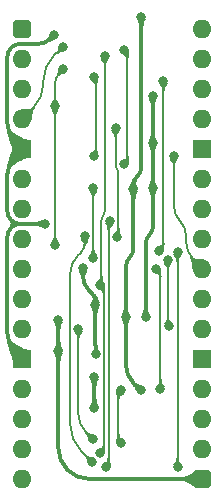
<source format=gbl>
%TF.GenerationSoftware,KiCad,Pcbnew,8.0.7*%
%TF.CreationDate,2025-01-16T09:50:38+02:00*%
%TF.ProjectId,Blank and Sync,426c616e-6b20-4616-9e64-2053796e632e,V0*%
%TF.SameCoordinates,Original*%
%TF.FileFunction,Copper,L2,Bot*%
%TF.FilePolarity,Positive*%
%FSLAX46Y46*%
G04 Gerber Fmt 4.6, Leading zero omitted, Abs format (unit mm)*
G04 Created by KiCad (PCBNEW 8.0.7) date 2025-01-16 09:50:38*
%MOMM*%
%LPD*%
G01*
G04 APERTURE LIST*
G04 Aperture macros list*
%AMRoundRect*
0 Rectangle with rounded corners*
0 $1 Rounding radius*
0 $2 $3 $4 $5 $6 $7 $8 $9 X,Y pos of 4 corners*
0 Add a 4 corners polygon primitive as box body*
4,1,4,$2,$3,$4,$5,$6,$7,$8,$9,$2,$3,0*
0 Add four circle primitives for the rounded corners*
1,1,$1+$1,$2,$3*
1,1,$1+$1,$4,$5*
1,1,$1+$1,$6,$7*
1,1,$1+$1,$8,$9*
0 Add four rect primitives between the rounded corners*
20,1,$1+$1,$2,$3,$4,$5,0*
20,1,$1+$1,$4,$5,$6,$7,0*
20,1,$1+$1,$6,$7,$8,$9,0*
20,1,$1+$1,$8,$9,$2,$3,0*%
G04 Aperture macros list end*
%TA.AperFunction,ComponentPad*%
%ADD10O,1.600000X1.600000*%
%TD*%
%TA.AperFunction,ComponentPad*%
%ADD11R,1.600000X1.600000*%
%TD*%
%TA.AperFunction,ComponentPad*%
%ADD12RoundRect,0.400000X-0.400000X-0.400000X0.400000X-0.400000X0.400000X0.400000X-0.400000X0.400000X0*%
%TD*%
%TA.AperFunction,ViaPad*%
%ADD13C,0.800000*%
%TD*%
%TA.AperFunction,Conductor*%
%ADD14C,0.380000*%
%TD*%
%TA.AperFunction,Conductor*%
%ADD15C,0.200000*%
%TD*%
G04 APERTURE END LIST*
D10*
%TO.P,J1,32,Pin_32*%
%TO.N,unconnected-(J1-Pin_32-Pad32)*%
X15240000Y0D03*
%TO.P,J1,31,Pin_31*%
%TO.N,/~{Front Porch Start}*%
X15240000Y-2540000D03*
%TO.P,J1,30,Pin_30*%
%TO.N,unconnected-(J1-Pin_30-Pad30)*%
X15240000Y-5080000D03*
%TO.P,J1,29,Pin_29*%
%TO.N,/Blank*%
X15240000Y-7620000D03*
D11*
%TO.P,J1,28,Pin_28*%
%TO.N,/GND*%
X15240000Y-10160000D03*
D10*
%TO.P,J1,27,Pin_27*%
%TO.N,/~{Blank}*%
X15240000Y-12700000D03*
%TO.P,J1,26,Pin_26*%
%TO.N,unconnected-(J1-Pin_26-Pad26)*%
X15240000Y-15240000D03*
%TO.P,J1,25,Pin_25*%
%TO.N,/First*%
X15240000Y-17780000D03*
%TO.P,J1,24,Pin_24*%
%TO.N,/Last + 1*%
X15240000Y-20320000D03*
%TO.P,J1,23,Pin_23*%
%TO.N,unconnected-(J1-Pin_23-Pad23)*%
X15240000Y-22860000D03*
%TO.P,J1,22,Pin_22*%
%TO.N,/Sync*%
X15240000Y-25400000D03*
D11*
%TO.P,J1,21,Pin_21*%
%TO.N,/GND*%
X15240000Y-27940000D03*
D10*
%TO.P,J1,20,Pin_20*%
%TO.N,/~{Sync}*%
X15240000Y-30480000D03*
%TO.P,J1,19,Pin_19*%
%TO.N,unconnected-(J1-Pin_19-Pad19)*%
X15240000Y-33020000D03*
%TO.P,J1,18,Pin_18*%
%TO.N,/~{Back Porch End}*%
X15240000Y-35560000D03*
D12*
%TO.P,J1,17,Pin_17*%
%TO.N,/5V*%
X15240000Y-38100000D03*
D10*
%TO.P,J1,16,Pin_16*%
%TO.N,unconnected-(J1-Pin_16-Pad16)*%
X0Y-38100000D03*
%TO.P,J1,15,Pin_15*%
%TO.N,unconnected-(J1-Pin_15-Pad15)*%
X0Y-35560000D03*
%TO.P,J1,14,Pin_14*%
%TO.N,unconnected-(J1-Pin_14-Pad14)*%
X0Y-33020000D03*
%TO.P,J1,13,Pin_13*%
%TO.N,/~{Back Porch End} _{CMP}*%
X0Y-30480000D03*
D11*
%TO.P,J1,12,Pin_12*%
%TO.N,/GND*%
X0Y-27940000D03*
D10*
%TO.P,J1,11,Pin_11*%
%TO.N,/~{Back Porch Start} _{CMP}*%
X0Y-25400000D03*
%TO.P,J1,10,Pin_10*%
%TO.N,unconnected-(J1-Pin_10-Pad10)*%
X0Y-22860000D03*
%TO.P,J1,9,Pin_9*%
%TO.N,unconnected-(J1-Pin_9-Pad9)*%
X0Y-20320000D03*
%TO.P,J1,8,Pin_8*%
%TO.N,/CLK*%
X0Y-17780000D03*
%TO.P,J1,7,Pin_7*%
%TO.N,unconnected-(J1-Pin_7-Pad7)*%
X0Y-15240000D03*
%TO.P,J1,6,Pin_6*%
%TO.N,/~{Sync Start} _{CMP}*%
X0Y-12700000D03*
D11*
%TO.P,J1,5,Pin_5*%
%TO.N,/GND*%
X0Y-10160000D03*
D10*
%TO.P,J1,4,Pin_4*%
%TO.N,/~{Front Porch Start} _{CMP}*%
X0Y-7620000D03*
%TO.P,J1,3,Pin_3*%
%TO.N,unconnected-(J1-Pin_3-Pad3)*%
X0Y-5080000D03*
%TO.P,J1,2,Pin_2*%
%TO.N,unconnected-(J1-Pin_2-Pad2)*%
X0Y-2540000D03*
D12*
%TO.P,J1,1,Pin_1*%
%TO.N,/5V*%
X0Y0D03*
%TD*%
D13*
%TO.N,/5V*%
X3048000Y-27305000D03*
X3048002Y-24637998D03*
%TO.N,/GND*%
X6161000Y-23368000D03*
X6096000Y-32131000D03*
X11049000Y-5688521D03*
X5125000Y-20288036D03*
X11049000Y-13462000D03*
X11049000Y-9652000D03*
X10456856Y-24384000D03*
X2667000Y-508000D03*
X6096000Y-29464000D03*
X6201000Y-27516123D03*
X1905000Y-16510000D03*
%TO.N,/3.3V*%
X9398000Y-13589000D03*
X10033000Y-30607000D03*
X8763000Y-24384000D03*
X10078030Y1016000D03*
%TO.N,/~{Front Porch Start} _{CMP}*%
X3457000Y-1494000D03*
%TO.N,/~{Front Porch Start}*%
X2758971Y-18288000D03*
X3457000Y-3429000D03*
X2758965Y-6568971D03*
%TO.N,/~{Sync Start}*%
X11938010Y-4445000D03*
X11557000Y-18796000D03*
%TO.N,/~{Sync Start} _{CMP}*%
X8636000Y-1778000D03*
X8593477Y-11475378D03*
%TO.N,/~{Back Porch Start} _{CMP}*%
X4745008Y-25400000D03*
X5965988Y-34727742D03*
%TO.N,/~{Back Porch Start}*%
X5905125Y-36659167D03*
X5281006Y-17575220D03*
%TO.N,/~{Back Porch End}*%
X7391514Y-16253000D03*
X7112000Y-37084000D03*
%TO.N,/~{Back Porch End} _{CMP}*%
X8320000Y-35052000D03*
X8320000Y-30607000D03*
%TO.N,/Blank*%
X7893511Y-8382000D03*
X8001000Y-17653000D03*
%TO.N,/~{Blank}*%
X5991514Y-19388483D03*
X5991514Y-13461996D03*
%TO.N,/~{Sync}*%
X11684000Y-30480000D03*
X11302997Y-20319997D03*
%TO.N,/Sync*%
X12381000Y-25146000D03*
X12319000Y-19558000D03*
%TO.N,/Last + 1*%
X12826996Y-10775378D03*
X6031006Y-4050692D03*
X6030992Y-10775378D03*
%TO.N,/First*%
X13143004Y-37084000D03*
X13143000Y-18923000D03*
%TO.N,/CLK*%
X6601000Y-35941000D03*
X6601000Y-21717000D03*
X6985000Y-2286000D03*
%TD*%
D14*
%TO.N,/3.3V*%
X9398000Y-18600987D02*
G75*
G02*
X9080504Y-19367504I-1084000J-13D01*
G01*
X8763000Y-28438974D02*
G75*
G03*
X9398001Y-29971999I2168030J4D01*
G01*
X10078030Y-11666116D02*
G75*
G02*
X9738016Y-12486986I-1160930J16D01*
G01*
X9667407Y-12557592D02*
G75*
G03*
X9397995Y-13208000I650393J-650408D01*
G01*
X9080500Y-19367500D02*
G75*
G03*
X8763005Y-20134012I766500J-766500D01*
G01*
%TO.N,/GND*%
X2286000Y-889000D02*
G75*
G02*
X1366184Y-1270002I-919820J919820D01*
G01*
X-635000Y-9525000D02*
G75*
G02*
X-635000Y-10795000I-634999J-635000D01*
G01*
X6161000Y-26768715D02*
G75*
G03*
X6181005Y-26816995I68300J15D01*
G01*
X5914573Y-22424573D02*
G75*
G02*
X6160986Y-23019500I-594973J-594927D01*
G01*
X5125000Y-20961518D02*
G75*
G03*
X5601224Y-22111222I1625920J-2D01*
G01*
X-1270000Y-15425987D02*
G75*
G03*
X-952500Y-16192500I1084022J4D01*
G01*
X10752928Y-17441072D02*
G75*
G03*
X10456891Y-18155853I714772J-714728D01*
G01*
X6181000Y-26817000D02*
G75*
G02*
X6201007Y-26865284I-48300J-48300D01*
G01*
X-1270000Y-25771974D02*
G75*
G03*
X-635001Y-27305001I2168040J4D01*
G01*
X-635000Y-10795000D02*
G75*
G03*
X-1270002Y-12328025I1533030J-1533030D01*
G01*
X-952500Y-16827500D02*
G75*
G03*
X-952500Y-16192500I-317499J317500D01*
G01*
X-185987Y-16510000D02*
G75*
G03*
X-952500Y-16827500I-1J-1084011D01*
G01*
X-952500Y-16192500D02*
G75*
G03*
X-185987Y-16510000I766517J766522D01*
G01*
X11049000Y-16726290D02*
G75*
G02*
X10752942Y-17441086I-1010900J-10D01*
G01*
X-1270000Y-7991974D02*
G75*
G03*
X-635001Y-9525001I2168040J4D01*
G01*
X-185987Y-1270000D02*
G75*
G03*
X-952500Y-1587500I-1J-1084011D01*
G01*
X-952500Y-16827500D02*
G75*
G03*
X-1270000Y-17594012I766513J-766513D01*
G01*
X-952500Y-1587500D02*
G75*
G03*
X-1270000Y-2354012I766513J-766513D01*
G01*
%TO.N,/5V*%
X3048000Y-35498369D02*
G75*
G03*
X3810000Y-37338000I2601630J-1D01*
G01*
X3810000Y-37338000D02*
G75*
G03*
X5649630Y-38100000I1839630J1839630D01*
G01*
D15*
%TO.N,/CLK*%
X6985000Y-15462038D02*
G75*
G02*
X6838235Y-15816285I-501000J38D01*
G01*
X6901000Y-35428867D02*
G75*
G02*
X6751009Y-35791009I-512100J-33D01*
G01*
X6691514Y-21562482D02*
G75*
G02*
X6646265Y-21671751I-154514J-18D01*
G01*
X6838257Y-15816307D02*
G75*
G03*
X6691489Y-16170575I354243J-354293D01*
G01*
X6751000Y-21867000D02*
G75*
G02*
X6900987Y-22229132I-362100J-362100D01*
G01*
%TO.N,/Last + 1*%
X13843000Y-17935171D02*
G75*
G03*
X14541501Y-19621499I2384830J1D01*
G01*
X6127003Y-4146689D02*
G75*
G02*
X6222954Y-4378446I-231803J-231711D01*
G01*
X6223000Y-10447599D02*
G75*
G02*
X6127001Y-10679379I-327800J-1D01*
G01*
X12826996Y-15029572D02*
G75*
G03*
X13335000Y-16255996I1734424J2D01*
G01*
X13334998Y-16255998D02*
G75*
G02*
X13842992Y-17482423I-1226398J-1226402D01*
G01*
%TO.N,/Sync*%
X12319000Y-25040159D02*
G75*
G03*
X12349988Y-25115012I105800J-41D01*
G01*
%TO.N,/~{Sync}*%
X11681000Y-30474878D02*
G75*
G03*
X11682494Y-30478506I5100J-22D01*
G01*
X11491998Y-20508998D02*
G75*
G02*
X11681006Y-20965288I-456298J-456302D01*
G01*
%TO.N,/Blank*%
X8131020Y-17431041D02*
G75*
G02*
X8065981Y-17587961I-221920J41D01*
G01*
X8012265Y-11884116D02*
G75*
G02*
X8131019Y-12170815I-286665J-286684D01*
G01*
X7893511Y-11597417D02*
G75*
G03*
X8012266Y-11884115I405489J17D01*
G01*
%TO.N,/~{Back Porch End} _{CMP}*%
X8128000Y-34724235D02*
G75*
G03*
X8224010Y-34955990I327800J35D01*
G01*
X8224000Y-30703000D02*
G75*
G03*
X8127985Y-30934764I231800J-231800D01*
G01*
%TO.N,/~{Back Porch End}*%
X7301000Y-36761356D02*
G75*
G02*
X7206533Y-36989533I-322700J-44D01*
G01*
X7346257Y-16298257D02*
G75*
G03*
X7301007Y-16407517I109243J-109243D01*
G01*
%TO.N,/~{Back Porch Start}*%
X5281006Y-18085107D02*
G75*
G02*
X4920464Y-18955541I-1231006J7D01*
G01*
X4663003Y-19212997D02*
G75*
G03*
X4044993Y-20704988I1491997J-1492003D01*
G01*
X4045000Y-33483734D02*
G75*
G03*
X4975065Y-35729101I3175430J4D01*
G01*
%TO.N,/~{Back Porch Start} _{CMP}*%
X4745000Y-32643385D02*
G75*
G03*
X5355496Y-34117246I2084360J5D01*
G01*
%TO.N,/~{Sync Start} _{CMP}*%
X8890000Y-10969181D02*
G75*
G02*
X8741748Y-11327126I-506200J-19D01*
G01*
X8763000Y-1905000D02*
G75*
G02*
X8889998Y-2211605I-306600J-306600D01*
G01*
%TO.N,/~{Sync Start}*%
X11938000Y-18145592D02*
G75*
G02*
X11747502Y-18605502I-650400J-8D01*
G01*
X11938010Y-4445000D02*
X11938010Y-4445001D01*
X11938010Y-4445002D01*
X11938010Y-4445003D01*
X11938009Y-4445003D01*
X11938009Y-4445004D01*
X11938009Y-4445005D01*
X11938008Y-4445006D01*
X11938008Y-4445006D01*
X11938007Y-4445007D01*
X11938006Y-4445008D01*
X11938006Y-4445008D01*
X11938005Y-4445009D01*
X11938004Y-4445009D01*
X11938003Y-4445009D01*
X11938003Y-4445010D01*
X11938002Y-4445010D01*
X11938001Y-4445010D01*
X11938000Y-4445010D01*
%TO.N,/~{Front Porch Start}*%
X3107982Y-3778017D02*
G75*
G03*
X2758983Y-4620620I842618J-842583D01*
G01*
%TO.N,/~{Front Porch Start} _{CMP}*%
X2617500Y-2333500D02*
G75*
G03*
X1777998Y-4360232I2026720J-2026730D01*
G01*
X1778000Y-4584764D02*
G75*
G02*
X889000Y-6731000I-3035244J3D01*
G01*
%TO.N,/First*%
X13143000Y-37083996D02*
X13143000Y-18923000D01*
X13143000Y-37083996D02*
X13143004Y-37084000D01*
D14*
%TO.N,/5V*%
X3048000Y-27305000D02*
X3048000Y-35498369D01*
X5649630Y-38100000D02*
X15240000Y-38100000D01*
X3048002Y-24637998D02*
X3048000Y-24638000D01*
X3048000Y-27305000D02*
X3048000Y-24638000D01*
D15*
%TO.N,/~{Blank}*%
X5991514Y-19388483D02*
X5991514Y-13461996D01*
%TO.N,/Last + 1*%
X12826996Y-10775378D02*
X12826996Y-15029572D01*
X13843000Y-17935171D02*
X13843000Y-17482423D01*
X14541500Y-19621500D02*
X15240000Y-20320000D01*
D14*
%TO.N,/GND*%
X6201000Y-27516123D02*
X6201000Y-26865284D01*
X6161000Y-26768715D02*
X6161000Y-23368000D01*
X5125000Y-20961518D02*
X5125000Y-20288036D01*
X6161000Y-23019500D02*
X6161000Y-23368000D01*
X5914573Y-22424573D02*
X5601223Y-22111223D01*
D15*
%TO.N,/~{Back Porch Start}*%
X4975062Y-35729104D02*
X5905125Y-36659167D01*
X4920461Y-18955538D02*
X4663003Y-19212997D01*
X4045000Y-20704988D02*
X4045000Y-33483734D01*
X5281006Y-18085107D02*
X5281006Y-17575220D01*
D14*
%TO.N,/GND*%
X-185987Y-16510000D02*
X1905000Y-16510000D01*
X11049000Y-9652000D02*
X11049000Y-13462000D01*
X-1270000Y-7991974D02*
X-1270000Y-2354012D01*
X-1270000Y-15425987D02*
X-1270000Y-12328025D01*
X-635000Y-27305000D02*
X0Y-27940000D01*
X2286000Y-889000D02*
X2667000Y-508000D01*
X11049000Y-16726290D02*
X11049000Y-13462000D01*
X10456856Y-24384000D02*
X10456856Y-18155853D01*
X1366184Y-1270000D02*
X-185987Y-1270000D01*
X-1270000Y-25771974D02*
X-1270000Y-17594012D01*
X6096000Y-32131000D02*
X6096000Y-29464000D01*
X11049000Y-9652000D02*
X11049000Y-5688521D01*
%TO.N,/3.3V*%
X9398000Y-13589000D02*
X9398000Y-13208000D01*
X9738014Y-12486984D02*
X9667407Y-12557592D01*
X8763000Y-28438974D02*
X8763000Y-24384000D01*
X10078030Y-11666116D02*
X10078030Y1016000D01*
X8763000Y-20134012D02*
X8763000Y-24384000D01*
X9398000Y-18600987D02*
X9398000Y-13589000D01*
X10033000Y-30607000D02*
X9398000Y-29972000D01*
D15*
%TO.N,/~{Front Porch Start} _{CMP}*%
X889000Y-6731000D02*
X0Y-7620000D01*
X2617500Y-2333500D02*
X3457000Y-1494000D01*
X1778000Y-4360232D02*
X1778000Y-4584764D01*
%TO.N,/~{Front Porch Start}*%
X3107982Y-3778017D02*
X3457000Y-3429000D01*
X2758971Y-6568977D02*
X2758965Y-6568971D01*
X2758971Y-18288000D02*
X2758971Y-6568977D01*
X2758965Y-4620620D02*
X2758965Y-6568971D01*
%TO.N,/~{Sync Start}*%
X11938000Y-18145592D02*
X11938000Y-4445017D01*
X11557000Y-18796000D02*
X11747500Y-18605500D01*
%TO.N,/~{Sync Start} _{CMP}*%
X8741738Y-11327116D02*
X8593477Y-11475378D01*
X8763000Y-1905000D02*
X8636000Y-1778000D01*
X8890000Y-10969181D02*
X8890000Y-2211605D01*
%TO.N,/~{Back Porch Start} _{CMP}*%
X4745008Y-25400000D02*
X4745000Y-25400008D01*
X5355494Y-34117248D02*
X5965988Y-34727742D01*
X4745000Y-25400008D02*
X4745000Y-32643385D01*
%TO.N,/~{Back Porch End}*%
X7206500Y-36989500D02*
X7112000Y-37084000D01*
X7391514Y-16253000D02*
X7346257Y-16298257D01*
X7301000Y-36761356D02*
X7301000Y-16407517D01*
%TO.N,/~{Back Porch End} _{CMP}*%
X8128000Y-34724235D02*
X8128000Y-30934764D01*
X8320000Y-30607000D02*
X8224000Y-30703000D01*
X8224000Y-34956000D02*
X8320000Y-35052000D01*
%TO.N,/Blank*%
X8131020Y-17431041D02*
X8131020Y-12170815D01*
X7893511Y-8382000D02*
X7893511Y-11597417D01*
X8066010Y-17587990D02*
X8001000Y-17653000D01*
%TO.N,/~{Sync}*%
X11681000Y-30474878D02*
X11681000Y-20965288D01*
X11682500Y-30478500D02*
X11684000Y-30480000D01*
X11491998Y-20508998D02*
X11302997Y-20319997D01*
%TO.N,/Sync*%
X12319000Y-19558000D02*
X12319000Y-25040159D01*
X12381000Y-25146000D02*
X12350000Y-25115000D01*
%TO.N,/Last + 1*%
X6030992Y-10775378D02*
X6126996Y-10679374D01*
X6031006Y-4050692D02*
X6127003Y-4146689D01*
X6223000Y-4378446D02*
X6223000Y-10447599D01*
%TO.N,/CLK*%
X6901000Y-35428867D02*
X6901000Y-22229132D01*
X6751000Y-35791000D02*
X6601000Y-35941000D01*
X6691514Y-21562482D02*
X6691514Y-16170575D01*
X6601000Y-21717000D02*
X6646257Y-21671743D01*
X6985000Y-15462038D02*
X6985000Y-2286000D01*
X6601000Y-21717000D02*
X6751000Y-21867000D01*
%TD*%
%TA.AperFunction,Conductor*%
%TO.N,/3.3V*%
G36*
X9658009Y-12871933D02*
G01*
X9664340Y-12878264D01*
X9664918Y-12885430D01*
X9627528Y-13043744D01*
X9653304Y-13167097D01*
X9711834Y-13277461D01*
X9712149Y-13278102D01*
X9770396Y-13406251D01*
X9771318Y-13409373D01*
X9796011Y-13575612D01*
X9793837Y-13584299D01*
X9786157Y-13588904D01*
X9784465Y-13589031D01*
X9399973Y-13589917D01*
X9395442Y-13589015D01*
X9039194Y-13440409D01*
X9032877Y-13434061D01*
X9032877Y-13425160D01*
X9100357Y-13261168D01*
X9150708Y-13136865D01*
X9193872Y-13029381D01*
X9244223Y-12905079D01*
X9311673Y-12741164D01*
X9317989Y-12734819D01*
X9326940Y-12734798D01*
X9658009Y-12871933D01*
G37*
%TD.AperFunction*%
%TD*%
%TA.AperFunction,Conductor*%
%TO.N,/GND*%
G36*
X6205580Y-22492480D02*
G01*
X6205777Y-22492784D01*
X6304505Y-22650922D01*
X6305041Y-22651877D01*
X6367852Y-22777245D01*
X6368329Y-22778334D01*
X6411776Y-22892792D01*
X6411899Y-22893131D01*
X6458482Y-23028250D01*
X6526449Y-23204300D01*
X6526232Y-23213252D01*
X6520038Y-23219312D01*
X6163729Y-23367924D01*
X6159201Y-23368826D01*
X5774934Y-23368028D01*
X5766668Y-23364584D01*
X5763258Y-23356304D01*
X5763437Y-23354290D01*
X5791695Y-23195386D01*
X5792828Y-23192050D01*
X5858790Y-23064904D01*
X5859067Y-23064401D01*
X5922573Y-22955423D01*
X5943796Y-22840304D01*
X5887071Y-22702513D01*
X5887090Y-22693559D01*
X5891388Y-22688333D01*
X6189353Y-22489251D01*
X6198135Y-22487505D01*
X6205580Y-22492480D01*
G37*
%TD.AperFunction*%
%TD*%
%TA.AperFunction,Conductor*%
%TO.N,/GND*%
G36*
X-978962Y-26392399D02*
G01*
X-977441Y-26393445D01*
X-707399Y-26612947D01*
X-432729Y-26799610D01*
X-158058Y-26949673D01*
X116611Y-27063136D01*
X377760Y-27136216D01*
X384804Y-27141745D01*
X385874Y-27150636D01*
X385121Y-27152616D01*
X2389Y-27936600D01*
X-4319Y-27942530D01*
X-4330Y-27942534D01*
X-4339Y-27942537D01*
X-788091Y-28210590D01*
X-797028Y-28210025D01*
X-802947Y-28203306D01*
X-803194Y-28202490D01*
X-909831Y-27796109D01*
X-1019639Y-27414235D01*
X-1129478Y-27068866D01*
X-1239289Y-26760176D01*
X-1344172Y-26500293D01*
X-1344090Y-26491338D01*
X-1337701Y-26485064D01*
X-1336354Y-26484614D01*
X-987839Y-26391230D01*
X-978962Y-26392399D01*
G37*
%TD.AperFunction*%
%TD*%
%TA.AperFunction,Conductor*%
%TO.N,/GND*%
G36*
X-788117Y-9889398D02*
G01*
X-4337Y-10157463D01*
X2379Y-10163380D01*
X70960Y-10303860D01*
X385120Y-10947383D01*
X385670Y-10956321D01*
X379739Y-10963030D01*
X377759Y-10963783D01*
X116611Y-11036862D01*
X116609Y-11036863D01*
X-158060Y-11150326D01*
X-432730Y-11300389D01*
X-707400Y-11487052D01*
X-977434Y-11706546D01*
X-986016Y-11709105D01*
X-987842Y-11708768D01*
X-1336352Y-11615385D01*
X-1343456Y-11609934D01*
X-1344625Y-11601056D01*
X-1344174Y-11599705D01*
X-1239290Y-11339821D01*
X-1129479Y-11031131D01*
X-1019640Y-10685761D01*
X-909831Y-10303887D01*
X-803194Y-9897507D01*
X-797779Y-9890375D01*
X-788907Y-9889160D01*
X-788117Y-9889398D01*
G37*
%TD.AperFunction*%
%TD*%
%TA.AperFunction,Conductor*%
%TO.N,/GND*%
G36*
X-978962Y-8612399D02*
G01*
X-977441Y-8613445D01*
X-707399Y-8832947D01*
X-432729Y-9019610D01*
X-158058Y-9169673D01*
X116611Y-9283136D01*
X377760Y-9356216D01*
X384804Y-9361745D01*
X385874Y-9370636D01*
X385121Y-9372616D01*
X2389Y-10156600D01*
X-4319Y-10162530D01*
X-4330Y-10162534D01*
X-4339Y-10162537D01*
X-788091Y-10430590D01*
X-797028Y-10430025D01*
X-802947Y-10423306D01*
X-803194Y-10422490D01*
X-909831Y-10016109D01*
X-1019639Y-9634235D01*
X-1129478Y-9288866D01*
X-1239289Y-8980176D01*
X-1344172Y-8720293D01*
X-1344090Y-8711338D01*
X-1337701Y-8705064D01*
X-1336354Y-8704614D01*
X-987839Y-8611230D01*
X-978962Y-8612399D01*
G37*
%TD.AperFunction*%
%TD*%
%TA.AperFunction,Conductor*%
%TO.N,/CLK*%
G36*
X6997073Y-35248001D02*
G01*
X7000500Y-35256274D01*
X7000500Y-35929330D01*
X6997073Y-35937603D01*
X6988829Y-35941030D01*
X6605875Y-35941987D01*
X6597594Y-35938581D01*
X6597558Y-35938546D01*
X6588374Y-35929330D01*
X6327827Y-35667861D01*
X6324415Y-35659581D01*
X6327856Y-35651314D01*
X6329247Y-35650130D01*
X6453518Y-35560190D01*
X6456022Y-35558810D01*
X6585220Y-35507022D01*
X6695774Y-35462743D01*
X6772362Y-35388073D01*
X6799122Y-35253983D01*
X6804102Y-35246542D01*
X6810596Y-35244574D01*
X6988800Y-35244574D01*
X6997073Y-35248001D01*
G37*
%TD.AperFunction*%
%TD*%
%TA.AperFunction,Conductor*%
%TO.N,/CLK*%
G36*
X6988832Y-21716969D02*
G01*
X6997094Y-21720416D01*
X7000500Y-21728668D01*
X7000500Y-22401731D01*
X6997073Y-22410004D01*
X6988800Y-22413431D01*
X6810596Y-22413431D01*
X6802323Y-22410004D01*
X6799122Y-22404021D01*
X6798665Y-22401731D01*
X6772362Y-22269929D01*
X6695774Y-22195258D01*
X6695773Y-22195257D01*
X6585222Y-22150980D01*
X6585220Y-22150978D01*
X6585220Y-22150979D01*
X6456025Y-22099189D01*
X6453518Y-22097807D01*
X6329255Y-22007875D01*
X6324562Y-22000249D01*
X6326637Y-21991537D01*
X6327822Y-21990143D01*
X6597559Y-21719452D01*
X6605824Y-21716012D01*
X6988832Y-21716969D01*
G37*
%TD.AperFunction*%
%TD*%
%TA.AperFunction,Conductor*%
%TO.N,/~{Sync}*%
G36*
X11691876Y-20319969D02*
G01*
X11700141Y-20323417D01*
X11703533Y-20331105D01*
X11711108Y-20488062D01*
X11711110Y-20488080D01*
X11725773Y-20577894D01*
X11730454Y-20606563D01*
X11743326Y-20663414D01*
X11753463Y-20708184D01*
X11753599Y-20708883D01*
X11772780Y-20826371D01*
X11772919Y-20827692D01*
X11780408Y-20982834D01*
X11777384Y-20991263D01*
X11769286Y-20995084D01*
X11768722Y-20995098D01*
X11590264Y-20995098D01*
X11581991Y-20991671D01*
X11578876Y-20986081D01*
X11545901Y-20846126D01*
X11453271Y-20778879D01*
X11453268Y-20778878D01*
X11322320Y-20746945D01*
X11321869Y-20746825D01*
X11173152Y-20704203D01*
X11169884Y-20702690D01*
X11032005Y-20610743D01*
X11027023Y-20603302D01*
X11028762Y-20594518D01*
X11030208Y-20592750D01*
X11299556Y-20322449D01*
X11307821Y-20319009D01*
X11691876Y-20319969D01*
G37*
%TD.AperFunction*%
%TD*%
%TA.AperFunction,Conductor*%
%TO.N,/~{Sync Start} _{CMP}*%
G36*
X8986597Y-10781489D02*
G01*
X8990024Y-10789738D01*
X8990361Y-10950997D01*
X8991223Y-11073724D01*
X8991223Y-11073740D01*
X8991222Y-11073740D01*
X8992252Y-11179682D01*
X8992252Y-11179715D01*
X8992253Y-11179715D01*
X8993115Y-11302442D01*
X8993115Y-11302500D01*
X8993452Y-11463683D01*
X8990042Y-11471963D01*
X8981781Y-11475407D01*
X8598352Y-11476365D01*
X8590071Y-11472959D01*
X8590035Y-11472924D01*
X8320285Y-11202220D01*
X8316874Y-11193942D01*
X8320315Y-11185675D01*
X8321691Y-11184501D01*
X8445374Y-11094645D01*
X8447839Y-11093276D01*
X8509218Y-11068320D01*
X8576150Y-11041108D01*
X8596582Y-11032759D01*
X8685788Y-10996310D01*
X8761654Y-10921329D01*
X8788134Y-10787490D01*
X8793102Y-10780040D01*
X8799612Y-10778062D01*
X8978324Y-10778062D01*
X8986597Y-10781489D01*
G37*
%TD.AperFunction*%
%TD*%
%TA.AperFunction,Conductor*%
%TO.N,/~{Sync Start} _{CMP}*%
G36*
X9024009Y-1777970D02*
G01*
X9032274Y-1781418D01*
X9035680Y-1789699D01*
X9035676Y-1789986D01*
X9031226Y-1954613D01*
X9031182Y-1955358D01*
X9019825Y-2080138D01*
X9019781Y-2080539D01*
X9006192Y-2188446D01*
X8994784Y-2313792D01*
X8994783Y-2313806D01*
X8990308Y-2479402D01*
X8986659Y-2487580D01*
X8978612Y-2490786D01*
X8799841Y-2490786D01*
X8791568Y-2487359D01*
X8788314Y-2481091D01*
X8780184Y-2434355D01*
X8765371Y-2349192D01*
X8765370Y-2349191D01*
X8765370Y-2349190D01*
X8698642Y-2269464D01*
X8698641Y-2269463D01*
X8600541Y-2217536D01*
X8600532Y-2217531D01*
X8600512Y-2217521D01*
X8482845Y-2159861D01*
X8480880Y-2158644D01*
X8363740Y-2068947D01*
X8359256Y-2061198D01*
X8361565Y-2052546D01*
X8362560Y-2051405D01*
X8632559Y-1780452D01*
X8640824Y-1777012D01*
X9024009Y-1777970D01*
G37*
%TD.AperFunction*%
%TD*%
%TA.AperFunction,Conductor*%
%TO.N,/~{Sync Start}*%
G36*
X12033972Y-18125264D02*
G01*
X12037399Y-18133537D01*
X12037384Y-18134123D01*
X12029610Y-18289032D01*
X12029460Y-18290405D01*
X12009548Y-18407671D01*
X12009401Y-18408395D01*
X11985513Y-18509794D01*
X11965424Y-18628107D01*
X11965423Y-18628114D01*
X11957556Y-18784913D01*
X11953719Y-18793004D01*
X11945900Y-18796027D01*
X11561875Y-18796987D01*
X11553594Y-18793581D01*
X11553558Y-18793546D01*
X11553018Y-18793004D01*
X11284224Y-18523260D01*
X11280813Y-18514981D01*
X11284254Y-18506714D01*
X11286027Y-18505265D01*
X11424450Y-18413237D01*
X11427735Y-18411726D01*
X11577251Y-18369473D01*
X11577657Y-18369367D01*
X11709411Y-18337944D01*
X11802655Y-18271014D01*
X11835867Y-18130840D01*
X11841109Y-18123579D01*
X11847252Y-18121837D01*
X12025699Y-18121837D01*
X12033972Y-18125264D01*
G37*
%TD.AperFunction*%
%TD*%
%TA.AperFunction,Conductor*%
%TO.N,/First*%
G36*
X13240566Y-36287428D02*
G01*
X13243947Y-36294666D01*
X13258159Y-36454759D01*
X13258159Y-36454761D01*
X13258160Y-36454762D01*
X13299262Y-36569860D01*
X13359741Y-36664271D01*
X13432615Y-36772358D01*
X13433361Y-36773632D01*
X13454313Y-36815246D01*
X13506904Y-36919702D01*
X13507564Y-36928632D01*
X13501715Y-36935413D01*
X13500956Y-36935762D01*
X13147506Y-37083123D01*
X13138552Y-37083144D01*
X13138502Y-37083123D01*
X12785050Y-36935762D01*
X12778732Y-36929415D01*
X12778753Y-36920461D01*
X12779087Y-36919733D01*
X12852649Y-36773621D01*
X12853381Y-36772370D01*
X12926263Y-36664271D01*
X12986739Y-36569860D01*
X13027840Y-36454762D01*
X13042053Y-36294665D01*
X13046198Y-36286729D01*
X13053707Y-36284001D01*
X13232293Y-36284001D01*
X13240566Y-36287428D01*
G37*
%TD.AperFunction*%
%TD*%
%TA.AperFunction,Conductor*%
%TO.N,/First*%
G36*
X13427716Y-19040703D02*
G01*
X13500952Y-19071237D01*
X13507270Y-19077584D01*
X13507249Y-19086538D01*
X13506900Y-19087297D01*
X13433360Y-19233362D01*
X13432611Y-19234642D01*
X13359734Y-19342732D01*
X13299262Y-19437135D01*
X13258158Y-19552240D01*
X13243947Y-19712335D01*
X13239802Y-19720272D01*
X13232293Y-19723000D01*
X13053707Y-19723000D01*
X13045434Y-19719573D01*
X13042053Y-19712335D01*
X13027840Y-19552240D01*
X13027840Y-19552238D01*
X12986738Y-19437138D01*
X12926261Y-19342728D01*
X12853382Y-19234635D01*
X12852642Y-19233370D01*
X12779099Y-19087297D01*
X12778439Y-19078367D01*
X12784288Y-19071586D01*
X12785047Y-19071237D01*
X13138500Y-18923875D01*
X13147449Y-18923855D01*
X13427716Y-19040703D01*
G37*
%TD.AperFunction*%
%TD*%
%TA.AperFunction,Conductor*%
%TO.N,/5V*%
G36*
X3406529Y-27453477D02*
G01*
X3412847Y-27459824D01*
X3412826Y-27468778D01*
X3412732Y-27468999D01*
X3349558Y-27612195D01*
X3349493Y-27612337D01*
X3298858Y-27723076D01*
X3298853Y-27723089D01*
X3264202Y-27821585D01*
X3244340Y-27938580D01*
X3238429Y-28093745D01*
X3234689Y-28101882D01*
X3226737Y-28105000D01*
X2869263Y-28105000D01*
X2860990Y-28101573D01*
X2857571Y-28093746D01*
X2857571Y-28093745D01*
X2851658Y-27938587D01*
X2831794Y-27821582D01*
X2797145Y-27723091D01*
X2797143Y-27723087D01*
X2797139Y-27723076D01*
X2746504Y-27612338D01*
X2746439Y-27612195D01*
X2683266Y-27468996D01*
X2683063Y-27460046D01*
X2689250Y-27453571D01*
X2689399Y-27453506D01*
X3043500Y-27305875D01*
X3052449Y-27305855D01*
X3406529Y-27453477D01*
G37*
%TD.AperFunction*%
%TD*%
%TA.AperFunction,Conductor*%
%TO.N,/5V*%
G36*
X14693752Y-37340042D02*
G01*
X14694535Y-37341016D01*
X15236078Y-38093164D01*
X15238131Y-38101880D01*
X15236078Y-38106836D01*
X14694536Y-38858983D01*
X14686921Y-38863695D01*
X14678205Y-38861642D01*
X14677231Y-38860859D01*
X14596634Y-38788607D01*
X14477541Y-38681843D01*
X14268156Y-38530034D01*
X14058770Y-38414123D01*
X14058762Y-38414120D01*
X14058756Y-38414117D01*
X13849394Y-38334114D01*
X13849383Y-38334111D01*
X13649288Y-38291956D01*
X13641899Y-38286897D01*
X13640000Y-38280507D01*
X13640000Y-37919492D01*
X13643427Y-37911219D01*
X13649287Y-37908043D01*
X13849385Y-37865887D01*
X13849389Y-37865885D01*
X13849394Y-37865884D01*
X13965935Y-37821350D01*
X14058770Y-37785876D01*
X14268156Y-37669965D01*
X14477541Y-37518156D01*
X14677231Y-37339139D01*
X14685678Y-37336169D01*
X14693752Y-37340042D01*
G37*
%TD.AperFunction*%
%TD*%
%TA.AperFunction,Conductor*%
%TO.N,/5V*%
G36*
X3235010Y-26508427D02*
G01*
X3238429Y-26516255D01*
X3244340Y-26671418D01*
X3264202Y-26788412D01*
X3298853Y-26886908D01*
X3298858Y-26886921D01*
X3349483Y-26997636D01*
X3349548Y-26997779D01*
X3412732Y-27141001D01*
X3412936Y-27149953D01*
X3406749Y-27156428D01*
X3406529Y-27156522D01*
X3052502Y-27304123D01*
X3043548Y-27304144D01*
X3043498Y-27304123D01*
X2689470Y-27156522D01*
X2683152Y-27150175D01*
X2683173Y-27141221D01*
X2683236Y-27141071D01*
X2746450Y-26997779D01*
X2797145Y-26886907D01*
X2831794Y-26788416D01*
X2851658Y-26671412D01*
X2857571Y-26516253D01*
X2861311Y-26508118D01*
X2869263Y-26505000D01*
X3226737Y-26505000D01*
X3235010Y-26508427D01*
G37*
%TD.AperFunction*%
%TD*%
%TA.AperFunction,Conductor*%
%TO.N,/5V*%
G36*
X3406531Y-24786475D02*
G01*
X3412849Y-24792822D01*
X3412828Y-24801776D01*
X3412734Y-24801997D01*
X3349560Y-24945194D01*
X3349495Y-24945336D01*
X3298859Y-25056074D01*
X3298854Y-25056087D01*
X3264203Y-25154583D01*
X3244341Y-25271578D01*
X3238429Y-25426744D01*
X3234689Y-25434880D01*
X3226737Y-25437998D01*
X2869263Y-25437998D01*
X2860990Y-25434571D01*
X2857571Y-25426744D01*
X2851659Y-25271585D01*
X2831795Y-25154580D01*
X2797147Y-25056089D01*
X2797145Y-25056085D01*
X2797141Y-25056074D01*
X2746506Y-24945336D01*
X2746452Y-24945217D01*
X2683268Y-24801994D01*
X2683065Y-24793044D01*
X2689252Y-24786569D01*
X2689401Y-24786504D01*
X3043502Y-24638873D01*
X3052451Y-24638853D01*
X3406531Y-24786475D01*
G37*
%TD.AperFunction*%
%TD*%
%TA.AperFunction,Conductor*%
%TO.N,/~{Blank}*%
G36*
X6276230Y-13579699D02*
G01*
X6349466Y-13610233D01*
X6355784Y-13616580D01*
X6355763Y-13625534D01*
X6355414Y-13626293D01*
X6281874Y-13772358D01*
X6281125Y-13773638D01*
X6208248Y-13881728D01*
X6147776Y-13976131D01*
X6106672Y-14091236D01*
X6092461Y-14251331D01*
X6088316Y-14259268D01*
X6080807Y-14261996D01*
X5902221Y-14261996D01*
X5893948Y-14258569D01*
X5890567Y-14251331D01*
X5876354Y-14091236D01*
X5876354Y-14091234D01*
X5835252Y-13976134D01*
X5774775Y-13881724D01*
X5701896Y-13773631D01*
X5701156Y-13772366D01*
X5627613Y-13626293D01*
X5626953Y-13617363D01*
X5632802Y-13610582D01*
X5633561Y-13610233D01*
X5987014Y-13462871D01*
X5995963Y-13462851D01*
X6276230Y-13579699D01*
G37*
%TD.AperFunction*%
%TD*%
%TA.AperFunction,Conductor*%
%TO.N,/~{Blank}*%
G36*
X6089080Y-18591910D02*
G01*
X6092461Y-18599148D01*
X6106672Y-18759241D01*
X6147776Y-18874345D01*
X6208248Y-18968749D01*
X6281125Y-19076838D01*
X6281874Y-19078118D01*
X6355414Y-19224185D01*
X6356074Y-19233115D01*
X6350225Y-19239896D01*
X6349466Y-19240245D01*
X5996016Y-19387606D01*
X5987062Y-19387627D01*
X5987012Y-19387606D01*
X5633560Y-19240245D01*
X5627242Y-19233898D01*
X5627263Y-19224944D01*
X5627597Y-19224217D01*
X5701160Y-19078103D01*
X5701892Y-19076852D01*
X5774775Y-18968754D01*
X5835252Y-18874343D01*
X5876354Y-18759244D01*
X5890567Y-18599147D01*
X5894712Y-18591211D01*
X5902221Y-18588483D01*
X6080807Y-18588483D01*
X6089080Y-18591910D01*
G37*
%TD.AperFunction*%
%TD*%
%TA.AperFunction,Conductor*%
%TO.N,/Last + 1*%
G36*
X13111712Y-10893081D02*
G01*
X13184948Y-10923615D01*
X13191266Y-10929962D01*
X13191245Y-10938916D01*
X13190896Y-10939675D01*
X13117356Y-11085740D01*
X13116607Y-11087020D01*
X13043730Y-11195110D01*
X12983258Y-11289513D01*
X12942154Y-11404618D01*
X12927943Y-11564713D01*
X12923798Y-11572650D01*
X12916289Y-11575378D01*
X12737703Y-11575378D01*
X12729430Y-11571951D01*
X12726049Y-11564713D01*
X12711836Y-11404618D01*
X12711836Y-11404616D01*
X12670734Y-11289516D01*
X12610257Y-11195106D01*
X12537378Y-11087013D01*
X12536638Y-11085748D01*
X12463095Y-10939675D01*
X12462435Y-10930745D01*
X12468284Y-10923964D01*
X12469043Y-10923615D01*
X12822496Y-10776253D01*
X12831445Y-10776233D01*
X13111712Y-10893081D01*
G37*
%TD.AperFunction*%
%TD*%
%TA.AperFunction,Conductor*%
%TO.N,/Last + 1*%
G36*
X14335523Y-19219099D02*
G01*
X14521456Y-19438155D01*
X14521457Y-19438156D01*
X14725726Y-19509439D01*
X14955564Y-19504397D01*
X15223058Y-19501932D01*
X15225948Y-19502269D01*
X15532925Y-19577649D01*
X15540142Y-19582949D01*
X15541497Y-19591801D01*
X15540949Y-19593478D01*
X15242354Y-20316373D01*
X15236028Y-20322711D01*
X15236004Y-20322721D01*
X14512623Y-20621306D01*
X14503668Y-20621295D01*
X14497344Y-20614955D01*
X14497019Y-20614066D01*
X14403516Y-20322711D01*
X14398104Y-20305847D01*
X14397652Y-20303851D01*
X14365052Y-20062067D01*
X14364981Y-20061397D01*
X14349285Y-19847772D01*
X14297370Y-19614064D01*
X14160546Y-19321375D01*
X14160148Y-19312431D01*
X14165294Y-19306290D01*
X14320754Y-19216536D01*
X14329631Y-19215369D01*
X14335523Y-19219099D01*
G37*
%TD.AperFunction*%
%TD*%
%TA.AperFunction,Conductor*%
%TO.N,/GND*%
G36*
X6519529Y-23516477D02*
G01*
X6525847Y-23522824D01*
X6525826Y-23531778D01*
X6525732Y-23531999D01*
X6462558Y-23675195D01*
X6462493Y-23675337D01*
X6411858Y-23786076D01*
X6411853Y-23786089D01*
X6377202Y-23884585D01*
X6357340Y-24001580D01*
X6351429Y-24156745D01*
X6347689Y-24164882D01*
X6339737Y-24168000D01*
X5982263Y-24168000D01*
X5973990Y-24164573D01*
X5970571Y-24156746D01*
X5970571Y-24156745D01*
X5964658Y-24001587D01*
X5944794Y-23884582D01*
X5910145Y-23786091D01*
X5910143Y-23786087D01*
X5910139Y-23786076D01*
X5859504Y-23675338D01*
X5859439Y-23675195D01*
X5796266Y-23531996D01*
X5796063Y-23523046D01*
X5802250Y-23516571D01*
X5802399Y-23516506D01*
X6156500Y-23368875D01*
X6165449Y-23368855D01*
X6519529Y-23516477D01*
G37*
%TD.AperFunction*%
%TD*%
%TA.AperFunction,Conductor*%
%TO.N,/GND*%
G36*
X5483207Y-20436379D02*
G01*
X5489525Y-20442725D01*
X5489504Y-20451680D01*
X5489269Y-20452207D01*
X5435408Y-20565359D01*
X5434993Y-20566152D01*
X5384803Y-20653638D01*
X5384792Y-20653659D01*
X5346096Y-20730922D01*
X5321891Y-20823797D01*
X5315535Y-20947524D01*
X5311688Y-20955611D01*
X5304039Y-20958622D01*
X4946054Y-20964411D01*
X4937727Y-20961119D01*
X4934198Y-20953591D01*
X4924796Y-20828446D01*
X4900377Y-20734427D01*
X4863116Y-20656131D01*
X4863112Y-20656122D01*
X4814542Y-20567497D01*
X4814202Y-20566828D01*
X4813515Y-20565359D01*
X4760615Y-20452165D01*
X4760217Y-20443219D01*
X4766261Y-20436611D01*
X4766702Y-20436416D01*
X5120484Y-20288912D01*
X5129433Y-20288892D01*
X5483207Y-20436379D01*
G37*
%TD.AperFunction*%
%TD*%
%TA.AperFunction,Conductor*%
%TO.N,/~{Back Porch Start}*%
G36*
X5418360Y-36029643D02*
G01*
X5541609Y-36132793D01*
X5541611Y-36132794D01*
X5541615Y-36132797D01*
X5652066Y-36185121D01*
X5761588Y-36209116D01*
X5889550Y-36234016D01*
X5890969Y-36234387D01*
X5992597Y-36267949D01*
X6046264Y-36285674D01*
X6053045Y-36291523D01*
X6053705Y-36300453D01*
X6053415Y-36301236D01*
X5907688Y-36655362D01*
X5901370Y-36661709D01*
X5901320Y-36661730D01*
X5547194Y-36807457D01*
X5538240Y-36807436D01*
X5531922Y-36801089D01*
X5531632Y-36800306D01*
X5480347Y-36645019D01*
X5479974Y-36643592D01*
X5455074Y-36515630D01*
X5431079Y-36406108D01*
X5378755Y-36295657D01*
X5378752Y-36295653D01*
X5378751Y-36295651D01*
X5275601Y-36172402D01*
X5272919Y-36163858D01*
X5276299Y-36156621D01*
X5402579Y-36030341D01*
X5410851Y-36026915D01*
X5418360Y-36029643D01*
G37*
%TD.AperFunction*%
%TD*%
%TA.AperFunction,Conductor*%
%TO.N,/~{Back Porch Start}*%
G36*
X5285808Y-17576143D02*
G01*
X5285815Y-17576146D01*
X5639468Y-17723667D01*
X5645785Y-17730015D01*
X5645762Y-17738969D01*
X5645639Y-17739255D01*
X5575323Y-17895963D01*
X5575015Y-17896596D01*
X5514419Y-18012446D01*
X5514353Y-18012571D01*
X5460607Y-18112354D01*
X5460606Y-18112356D01*
X5406360Y-18231023D01*
X5406356Y-18231032D01*
X5347940Y-18393189D01*
X5341911Y-18399811D01*
X5333317Y-18400350D01*
X5248676Y-18372849D01*
X5163483Y-18345169D01*
X5156673Y-18339354D01*
X5155560Y-18332106D01*
X5179950Y-18186984D01*
X5179949Y-18186983D01*
X5179950Y-18186982D01*
X5179950Y-18186981D01*
X5148963Y-18078237D01*
X5080704Y-17985651D01*
X4995571Y-17879838D01*
X4994452Y-17878172D01*
X4917788Y-17739732D01*
X4916779Y-17730836D01*
X4922356Y-17723831D01*
X4923514Y-17723270D01*
X5276814Y-17576142D01*
X5285766Y-17576126D01*
X5285808Y-17576143D01*
G37*
%TD.AperFunction*%
%TD*%
%TA.AperFunction,Conductor*%
%TO.N,/GND*%
G36*
X1756428Y-16151250D02*
G01*
X1756522Y-16151470D01*
X1904123Y-16505498D01*
X1904144Y-16514452D01*
X1904123Y-16514502D01*
X1756522Y-16868529D01*
X1750175Y-16874847D01*
X1741221Y-16874826D01*
X1741001Y-16874732D01*
X1597803Y-16811558D01*
X1597660Y-16811493D01*
X1486921Y-16760858D01*
X1486908Y-16760853D01*
X1388412Y-16726202D01*
X1271418Y-16706340D01*
X1116254Y-16700428D01*
X1108118Y-16696688D01*
X1105000Y-16688736D01*
X1105000Y-16331263D01*
X1108427Y-16322990D01*
X1116253Y-16319571D01*
X1271412Y-16313658D01*
X1271418Y-16313657D01*
X1388412Y-16293795D01*
X1388413Y-16293794D01*
X1388416Y-16293794D01*
X1486907Y-16259145D01*
X1486915Y-16259141D01*
X1486921Y-16259139D01*
X1521915Y-16243137D01*
X1597779Y-16208450D01*
X1741003Y-16145266D01*
X1749953Y-16145063D01*
X1756428Y-16151250D01*
G37*
%TD.AperFunction*%
%TD*%
%TA.AperFunction,Conductor*%
%TO.N,/GND*%
G36*
X11236010Y-12665427D02*
G01*
X11239429Y-12673255D01*
X11245340Y-12828418D01*
X11265202Y-12945412D01*
X11299853Y-13043908D01*
X11299858Y-13043921D01*
X11350483Y-13154636D01*
X11350548Y-13154779D01*
X11413732Y-13298001D01*
X11413936Y-13306953D01*
X11407749Y-13313428D01*
X11407529Y-13313522D01*
X11053502Y-13461123D01*
X11044548Y-13461144D01*
X11044498Y-13461123D01*
X10690470Y-13313522D01*
X10684152Y-13307175D01*
X10684173Y-13298221D01*
X10684236Y-13298071D01*
X10747450Y-13154779D01*
X10798145Y-13043907D01*
X10832794Y-12945416D01*
X10852658Y-12828412D01*
X10858571Y-12673253D01*
X10862311Y-12665118D01*
X10870263Y-12662000D01*
X11227737Y-12662000D01*
X11236010Y-12665427D01*
G37*
%TD.AperFunction*%
%TD*%
%TA.AperFunction,Conductor*%
%TO.N,/GND*%
G36*
X11407529Y-9800477D02*
G01*
X11413847Y-9806824D01*
X11413826Y-9815778D01*
X11413732Y-9815999D01*
X11350558Y-9959195D01*
X11350493Y-9959337D01*
X11299858Y-10070076D01*
X11299853Y-10070089D01*
X11265202Y-10168585D01*
X11245340Y-10285580D01*
X11239429Y-10440745D01*
X11235689Y-10448882D01*
X11227737Y-10452000D01*
X10870263Y-10452000D01*
X10861990Y-10448573D01*
X10858571Y-10440746D01*
X10858571Y-10440745D01*
X10852658Y-10285587D01*
X10832794Y-10168582D01*
X10798145Y-10070091D01*
X10798143Y-10070087D01*
X10798139Y-10070076D01*
X10747504Y-9959338D01*
X10747439Y-9959195D01*
X10684266Y-9815996D01*
X10684063Y-9807046D01*
X10690250Y-9800571D01*
X10690399Y-9800506D01*
X11044500Y-9652875D01*
X11053449Y-9652855D01*
X11407529Y-9800477D01*
G37*
%TD.AperFunction*%
%TD*%
%TA.AperFunction,Conductor*%
%TO.N,/GND*%
G36*
X2309174Y-359755D02*
G01*
X2663298Y-505556D01*
X2669644Y-511875D01*
X2669664Y-511924D01*
X2815540Y-866533D01*
X2815518Y-875488D01*
X2809171Y-881804D01*
X2808973Y-881883D01*
X2688099Y-929053D01*
X2687837Y-929152D01*
X2592547Y-963733D01*
X2592485Y-963757D01*
X2511925Y-997404D01*
X2511910Y-997411D01*
X2424324Y-1046051D01*
X2424319Y-1046054D01*
X2401122Y-1061907D01*
X2317276Y-1119211D01*
X2308512Y-1121049D01*
X2301209Y-1116428D01*
X2090715Y-826708D01*
X2088624Y-818001D01*
X2092335Y-811151D01*
X2176508Y-735090D01*
X2220479Y-658226D01*
X2239755Y-576590D01*
X2257508Y-479889D01*
X2257869Y-478453D01*
X2293578Y-367003D01*
X2299366Y-360171D01*
X2308290Y-359432D01*
X2309174Y-359755D01*
G37*
%TD.AperFunction*%
%TD*%
%TA.AperFunction,Conductor*%
%TO.N,/GND*%
G36*
X11407529Y-13610477D02*
G01*
X11413847Y-13616824D01*
X11413826Y-13625778D01*
X11413732Y-13625999D01*
X11350558Y-13769195D01*
X11350493Y-13769337D01*
X11299858Y-13880076D01*
X11299853Y-13880089D01*
X11265202Y-13978585D01*
X11245340Y-14095580D01*
X11239429Y-14250745D01*
X11235689Y-14258882D01*
X11227737Y-14262000D01*
X10870263Y-14262000D01*
X10861990Y-14258573D01*
X10858571Y-14250746D01*
X10858571Y-14250745D01*
X10852658Y-14095587D01*
X10832794Y-13978582D01*
X10798145Y-13880091D01*
X10798143Y-13880087D01*
X10798139Y-13880076D01*
X10747504Y-13769338D01*
X10747439Y-13769195D01*
X10684266Y-13625996D01*
X10684063Y-13617046D01*
X10690250Y-13610571D01*
X10690399Y-13610506D01*
X11044500Y-13462875D01*
X11053449Y-13462855D01*
X11407529Y-13610477D01*
G37*
%TD.AperFunction*%
%TD*%
%TA.AperFunction,Conductor*%
%TO.N,/GND*%
G36*
X10643866Y-23587427D02*
G01*
X10647285Y-23595255D01*
X10653196Y-23750418D01*
X10673058Y-23867412D01*
X10707709Y-23965908D01*
X10707714Y-23965921D01*
X10758339Y-24076636D01*
X10758404Y-24076779D01*
X10821588Y-24220001D01*
X10821792Y-24228953D01*
X10815605Y-24235428D01*
X10815385Y-24235522D01*
X10461358Y-24383123D01*
X10452404Y-24383144D01*
X10452354Y-24383123D01*
X10098326Y-24235522D01*
X10092008Y-24229175D01*
X10092029Y-24220221D01*
X10092092Y-24220071D01*
X10155306Y-24076779D01*
X10206001Y-23965907D01*
X10240650Y-23867416D01*
X10260514Y-23750412D01*
X10266427Y-23595253D01*
X10270167Y-23587118D01*
X10278119Y-23584000D01*
X10635593Y-23584000D01*
X10643866Y-23587427D01*
G37*
%TD.AperFunction*%
%TD*%
%TA.AperFunction,Conductor*%
%TO.N,/GND*%
G36*
X6283010Y-31334427D02*
G01*
X6286429Y-31342255D01*
X6292340Y-31497418D01*
X6312202Y-31614412D01*
X6346853Y-31712908D01*
X6346858Y-31712921D01*
X6397483Y-31823636D01*
X6397548Y-31823779D01*
X6460732Y-31967001D01*
X6460936Y-31975953D01*
X6454749Y-31982428D01*
X6454529Y-31982522D01*
X6100502Y-32130123D01*
X6091548Y-32130144D01*
X6091498Y-32130123D01*
X5737470Y-31982522D01*
X5731152Y-31976175D01*
X5731173Y-31967221D01*
X5731236Y-31967071D01*
X5794450Y-31823779D01*
X5845145Y-31712907D01*
X5879794Y-31614416D01*
X5899658Y-31497412D01*
X5905571Y-31342253D01*
X5909311Y-31334118D01*
X5917263Y-31331000D01*
X6274737Y-31331000D01*
X6283010Y-31334427D01*
G37*
%TD.AperFunction*%
%TD*%
%TA.AperFunction,Conductor*%
%TO.N,/GND*%
G36*
X6454529Y-29612477D02*
G01*
X6460847Y-29618824D01*
X6460826Y-29627778D01*
X6460732Y-29627999D01*
X6397558Y-29771195D01*
X6397493Y-29771337D01*
X6346858Y-29882076D01*
X6346853Y-29882089D01*
X6312202Y-29980585D01*
X6292340Y-30097580D01*
X6286429Y-30252745D01*
X6282689Y-30260882D01*
X6274737Y-30264000D01*
X5917263Y-30264000D01*
X5908990Y-30260573D01*
X5905571Y-30252746D01*
X5905571Y-30252745D01*
X5899658Y-30097587D01*
X5879794Y-29980582D01*
X5845145Y-29882091D01*
X5845143Y-29882087D01*
X5845139Y-29882076D01*
X5794504Y-29771338D01*
X5794439Y-29771195D01*
X5731266Y-29627996D01*
X5731063Y-29619046D01*
X5737250Y-29612571D01*
X5737399Y-29612506D01*
X6091500Y-29464875D01*
X6100449Y-29464855D01*
X6454529Y-29612477D01*
G37*
%TD.AperFunction*%
%TD*%
%TA.AperFunction,Conductor*%
%TO.N,/GND*%
G36*
X11236010Y-8855427D02*
G01*
X11239429Y-8863255D01*
X11245340Y-9018418D01*
X11265202Y-9135412D01*
X11299853Y-9233908D01*
X11299858Y-9233921D01*
X11350483Y-9344636D01*
X11350548Y-9344779D01*
X11413732Y-9488001D01*
X11413936Y-9496953D01*
X11407749Y-9503428D01*
X11407529Y-9503522D01*
X11053502Y-9651123D01*
X11044548Y-9651144D01*
X11044498Y-9651123D01*
X10690470Y-9503522D01*
X10684152Y-9497175D01*
X10684173Y-9488221D01*
X10684236Y-9488071D01*
X10747450Y-9344779D01*
X10798145Y-9233907D01*
X10832794Y-9135416D01*
X10852658Y-9018412D01*
X10858571Y-8863253D01*
X10862311Y-8855118D01*
X10870263Y-8852000D01*
X11227737Y-8852000D01*
X11236010Y-8855427D01*
G37*
%TD.AperFunction*%
%TD*%
%TA.AperFunction,Conductor*%
%TO.N,/GND*%
G36*
X11407529Y-5836998D02*
G01*
X11413847Y-5843345D01*
X11413826Y-5852299D01*
X11413732Y-5852520D01*
X11350558Y-5995716D01*
X11350493Y-5995858D01*
X11299858Y-6106597D01*
X11299853Y-6106610D01*
X11265202Y-6205106D01*
X11245340Y-6322101D01*
X11239429Y-6477266D01*
X11235689Y-6485403D01*
X11227737Y-6488521D01*
X10870263Y-6488521D01*
X10861990Y-6485094D01*
X10858571Y-6477267D01*
X10858571Y-6477266D01*
X10852658Y-6322108D01*
X10832794Y-6205103D01*
X10798145Y-6106612D01*
X10798143Y-6106608D01*
X10798139Y-6106597D01*
X10747504Y-5995859D01*
X10747439Y-5995716D01*
X10684266Y-5852517D01*
X10684063Y-5843567D01*
X10690250Y-5837092D01*
X10690399Y-5837027D01*
X11044500Y-5689396D01*
X11053449Y-5689376D01*
X11407529Y-5836998D01*
G37*
%TD.AperFunction*%
%TD*%
%TA.AperFunction,Conductor*%
%TO.N,/3.3V*%
G36*
X9121529Y-24532477D02*
G01*
X9127847Y-24538824D01*
X9127826Y-24547778D01*
X9127732Y-24547999D01*
X9064558Y-24691195D01*
X9064493Y-24691337D01*
X9013858Y-24802076D01*
X9013853Y-24802089D01*
X8979202Y-24900585D01*
X8959340Y-25017580D01*
X8953429Y-25172745D01*
X8949689Y-25180882D01*
X8941737Y-25184000D01*
X8584263Y-25184000D01*
X8575990Y-25180573D01*
X8572571Y-25172746D01*
X8572571Y-25172745D01*
X8566658Y-25017587D01*
X8546794Y-24900582D01*
X8512145Y-24802091D01*
X8512143Y-24802087D01*
X8512139Y-24802076D01*
X8461504Y-24691338D01*
X8461439Y-24691195D01*
X8398266Y-24547996D01*
X8398063Y-24539046D01*
X8404250Y-24532571D01*
X8404399Y-24532506D01*
X8758500Y-24384875D01*
X8767449Y-24384855D01*
X9121529Y-24532477D01*
G37*
%TD.AperFunction*%
%TD*%
%TA.AperFunction,Conductor*%
%TO.N,/3.3V*%
G36*
X10082532Y1015123D02*
G01*
X10436559Y867522D01*
X10442877Y861175D01*
X10442856Y852221D01*
X10442762Y852001D01*
X10379588Y708803D01*
X10379523Y708660D01*
X10328888Y597921D01*
X10328883Y597908D01*
X10294232Y499412D01*
X10274370Y382418D01*
X10268459Y227255D01*
X10264719Y219118D01*
X10256767Y216000D01*
X9899293Y216000D01*
X9891020Y219427D01*
X9887601Y227254D01*
X9887601Y227255D01*
X9881688Y382412D01*
X9861824Y499416D01*
X9827175Y597907D01*
X9776480Y708779D01*
X9713296Y852003D01*
X9713093Y860953D01*
X9719280Y867428D01*
X9719500Y867522D01*
X10073528Y1015123D01*
X10082482Y1015144D01*
X10082532Y1015123D01*
G37*
%TD.AperFunction*%
%TD*%
%TA.AperFunction,Conductor*%
%TO.N,/3.3V*%
G36*
X8950010Y-23587427D02*
G01*
X8953429Y-23595255D01*
X8959340Y-23750418D01*
X8979202Y-23867412D01*
X9013853Y-23965908D01*
X9013858Y-23965921D01*
X9064483Y-24076636D01*
X9064548Y-24076779D01*
X9127732Y-24220001D01*
X9127936Y-24228953D01*
X9121749Y-24235428D01*
X9121529Y-24235522D01*
X8767502Y-24383123D01*
X8758548Y-24383144D01*
X8758498Y-24383123D01*
X8404470Y-24235522D01*
X8398152Y-24229175D01*
X8398173Y-24220221D01*
X8398236Y-24220071D01*
X8461450Y-24076779D01*
X8512145Y-23965907D01*
X8546794Y-23867416D01*
X8566658Y-23750412D01*
X8572571Y-23595253D01*
X8576311Y-23587118D01*
X8584263Y-23584000D01*
X8941737Y-23584000D01*
X8950010Y-23587427D01*
G37*
%TD.AperFunction*%
%TD*%
%TA.AperFunction,Conductor*%
%TO.N,/3.3V*%
G36*
X9756529Y-13737477D02*
G01*
X9762847Y-13743824D01*
X9762826Y-13752778D01*
X9762732Y-13752999D01*
X9699558Y-13896195D01*
X9699493Y-13896337D01*
X9648858Y-14007076D01*
X9648853Y-14007089D01*
X9614202Y-14105585D01*
X9594340Y-14222580D01*
X9588429Y-14377745D01*
X9584689Y-14385882D01*
X9576737Y-14389000D01*
X9219263Y-14389000D01*
X9210990Y-14385573D01*
X9207571Y-14377746D01*
X9207571Y-14377745D01*
X9201658Y-14222587D01*
X9181794Y-14105582D01*
X9147145Y-14007091D01*
X9147143Y-14007087D01*
X9147139Y-14007076D01*
X9096504Y-13896338D01*
X9096439Y-13896195D01*
X9033266Y-13752996D01*
X9033063Y-13744046D01*
X9039250Y-13737571D01*
X9039399Y-13737506D01*
X9393500Y-13589875D01*
X9402449Y-13589855D01*
X9756529Y-13737477D01*
G37*
%TD.AperFunction*%
%TD*%
%TA.AperFunction,Conductor*%
%TO.N,/3.3V*%
G36*
X9609924Y-29914617D02*
G01*
X9610259Y-29914927D01*
X9723816Y-30020149D01*
X9820600Y-30088841D01*
X9847290Y-30101638D01*
X9914743Y-30133983D01*
X10028988Y-30176535D01*
X10174938Y-30233130D01*
X10181413Y-30239317D01*
X10181617Y-30248269D01*
X10181528Y-30248491D01*
X10035563Y-30603195D01*
X10029245Y-30609542D01*
X10029195Y-30609563D01*
X9674491Y-30755528D01*
X9665537Y-30755507D01*
X9659219Y-30749160D01*
X9659130Y-30748938D01*
X9602535Y-30602988D01*
X9559983Y-30488743D01*
X9527638Y-30421290D01*
X9514841Y-30394600D01*
X9491943Y-30362339D01*
X9446151Y-30297819D01*
X9446149Y-30297816D01*
X9385719Y-30232599D01*
X9340617Y-30183924D01*
X9337508Y-30175529D01*
X9340926Y-30167702D01*
X9593702Y-29914926D01*
X9601974Y-29911500D01*
X9609924Y-29914617D01*
G37*
%TD.AperFunction*%
%TD*%
%TA.AperFunction,Conductor*%
%TO.N,/~{Front Porch Start} _{CMP}*%
G36*
X937393Y-6552777D02*
G01*
X1077825Y-6664767D01*
X1082156Y-6672604D01*
X1080445Y-6680125D01*
X917972Y-6939482D01*
X860293Y-7159647D01*
X851943Y-7370951D01*
X851912Y-7371454D01*
X831975Y-7612351D01*
X831531Y-7614715D01*
X742794Y-7913711D01*
X737155Y-7920667D01*
X728249Y-7921598D01*
X727114Y-7921197D01*
X3871Y-7622636D01*
X-2469Y-7616311D01*
X-2479Y-7616287D01*
X-103787Y-7370951D01*
X-300996Y-6893370D01*
X-300986Y-6884415D01*
X-294648Y-6878090D01*
X-293069Y-6877566D01*
X9694Y-6800476D01*
X12640Y-6800115D01*
X269247Y-6801524D01*
X269503Y-6801529D01*
X492538Y-6809905D01*
X704622Y-6750005D01*
X922252Y-6553244D01*
X930687Y-6550239D01*
X937393Y-6552777D01*
G37*
%TD.AperFunction*%
%TD*%
%TA.AperFunction,Conductor*%
%TO.N,/~{Front Porch Start} _{CMP}*%
G36*
X3099068Y-1345709D02*
G01*
X3266405Y-1414569D01*
X3453195Y-1491436D01*
X3459542Y-1497754D01*
X3459563Y-1497804D01*
X3605290Y-1851930D01*
X3605269Y-1860884D01*
X3598922Y-1867202D01*
X3598139Y-1867492D01*
X3442852Y-1918776D01*
X3441418Y-1919151D01*
X3313447Y-1944052D01*
X3203941Y-1968043D01*
X3143778Y-1996545D01*
X3093490Y-2020368D01*
X3093488Y-2020369D01*
X3093485Y-2020371D01*
X2970235Y-2123523D01*
X2961691Y-2126205D01*
X2954453Y-2122824D01*
X2828174Y-1996545D01*
X2824747Y-1988272D01*
X2827473Y-1980766D01*
X2930630Y-1857508D01*
X2982954Y-1747058D01*
X3006949Y-1637535D01*
X3031849Y-1509569D01*
X3032218Y-1508157D01*
X3083507Y-1352858D01*
X3089355Y-1346079D01*
X3098285Y-1345419D01*
X3099068Y-1345709D01*
G37*
%TD.AperFunction*%
%TD*%
%TA.AperFunction,Conductor*%
%TO.N,/~{Front Porch Start}*%
G36*
X3099041Y-3280696D02*
G01*
X3453043Y-3426313D01*
X3459390Y-3432629D01*
X3459411Y-3432678D01*
X3605045Y-3786343D01*
X3605026Y-3795298D01*
X3598681Y-3801617D01*
X3597348Y-3802074D01*
X3465102Y-3838687D01*
X3462755Y-3839085D01*
X3345127Y-3846897D01*
X3244025Y-3854490D01*
X3244018Y-3854492D01*
X3151165Y-3894043D01*
X3063789Y-3990348D01*
X3055692Y-3994172D01*
X3048624Y-3992214D01*
X2899715Y-3892720D01*
X2894740Y-3885275D01*
X2896009Y-3877270D01*
X2967835Y-3749201D01*
X3001606Y-3641835D01*
X3016473Y-3542258D01*
X3016510Y-3542033D01*
X3036804Y-3428479D01*
X3037216Y-3426865D01*
X3083490Y-3287819D01*
X3089353Y-3281054D01*
X3098285Y-3280415D01*
X3099041Y-3280696D01*
G37*
%TD.AperFunction*%
%TD*%
%TA.AperFunction,Conductor*%
%TO.N,/~{Front Porch Start}*%
G36*
X2856537Y-17491427D02*
G01*
X2859918Y-17498665D01*
X2874129Y-17658758D01*
X2915233Y-17773862D01*
X2975705Y-17868266D01*
X3048582Y-17976355D01*
X3049331Y-17977635D01*
X3122871Y-18123702D01*
X3123531Y-18132632D01*
X3117682Y-18139413D01*
X3116923Y-18139762D01*
X2763473Y-18287123D01*
X2754519Y-18287144D01*
X2754469Y-18287123D01*
X2401017Y-18139762D01*
X2394699Y-18133415D01*
X2394720Y-18124461D01*
X2395054Y-18123734D01*
X2468617Y-17977620D01*
X2469349Y-17976369D01*
X2542232Y-17868271D01*
X2602709Y-17773860D01*
X2643811Y-17658761D01*
X2658024Y-17498664D01*
X2662169Y-17490728D01*
X2669678Y-17488000D01*
X2848264Y-17488000D01*
X2856537Y-17491427D01*
G37*
%TD.AperFunction*%
%TD*%
%TA.AperFunction,Conductor*%
%TO.N,/~{Front Porch Start}*%
G36*
X3043681Y-6686674D02*
G01*
X3116917Y-6717208D01*
X3123235Y-6723555D01*
X3123214Y-6732509D01*
X3122865Y-6733268D01*
X3049326Y-6879333D01*
X3048577Y-6880613D01*
X2975702Y-6988702D01*
X2915231Y-7083106D01*
X2874129Y-7198210D01*
X2859918Y-7358305D01*
X2855773Y-7366242D01*
X2848264Y-7368970D01*
X2669678Y-7368970D01*
X2661405Y-7365543D01*
X2658024Y-7358305D01*
X2643810Y-7198208D01*
X2602707Y-7083109D01*
X2542228Y-6988699D01*
X2469348Y-6880606D01*
X2468608Y-6879342D01*
X2395063Y-6733267D01*
X2394404Y-6724338D01*
X2400253Y-6717557D01*
X2401012Y-6717208D01*
X2754465Y-6569846D01*
X2763414Y-6569826D01*
X3043681Y-6686674D01*
G37*
%TD.AperFunction*%
%TD*%
%TA.AperFunction,Conductor*%
%TO.N,/~{Front Porch Start}*%
G36*
X2856531Y-5772398D02*
G01*
X2859912Y-5779636D01*
X2874123Y-5939729D01*
X2915227Y-6054833D01*
X2975699Y-6149237D01*
X3048576Y-6257326D01*
X3049325Y-6258606D01*
X3122865Y-6404673D01*
X3123525Y-6413603D01*
X3117676Y-6420384D01*
X3116917Y-6420733D01*
X2763467Y-6568094D01*
X2754513Y-6568115D01*
X2754463Y-6568094D01*
X2401011Y-6420733D01*
X2394693Y-6414386D01*
X2394714Y-6405432D01*
X2395048Y-6404705D01*
X2468611Y-6258591D01*
X2469343Y-6257340D01*
X2542226Y-6149242D01*
X2602703Y-6054831D01*
X2643805Y-5939732D01*
X2658018Y-5779635D01*
X2662163Y-5771699D01*
X2669672Y-5768971D01*
X2848258Y-5768971D01*
X2856531Y-5772398D01*
G37*
%TD.AperFunction*%
%TD*%
%TA.AperFunction,Conductor*%
%TO.N,/~{Sync Start}*%
G36*
X12295963Y-4593237D02*
G01*
X12302280Y-4599583D01*
X12302259Y-4608537D01*
X12301910Y-4609296D01*
X12228367Y-4755365D01*
X12227618Y-4756645D01*
X12154740Y-4864732D01*
X12094264Y-4959137D01*
X12094264Y-4959138D01*
X12053161Y-5074231D01*
X12053160Y-5074237D01*
X12038947Y-5234333D01*
X12034802Y-5242270D01*
X12027293Y-5244998D01*
X11848707Y-5244998D01*
X11840434Y-5241571D01*
X11837053Y-5234333D01*
X11822840Y-5074237D01*
X11781741Y-4959138D01*
X11721266Y-4864726D01*
X11648388Y-4756630D01*
X11647653Y-4755373D01*
X11574107Y-4609294D01*
X11573448Y-4600367D01*
X11579297Y-4593586D01*
X11580042Y-4593243D01*
X11933510Y-4445875D01*
X11942459Y-4445855D01*
X12295963Y-4593237D01*
G37*
%TD.AperFunction*%
%TD*%
%TA.AperFunction,Conductor*%
%TO.N,/~{Back Porch Start} _{CMP}*%
G36*
X5479223Y-34098218D02*
G01*
X5602472Y-34201368D01*
X5602474Y-34201369D01*
X5602478Y-34201372D01*
X5712929Y-34253696D01*
X5822451Y-34277691D01*
X5950413Y-34302591D01*
X5951832Y-34302962D01*
X6053460Y-34336524D01*
X6107127Y-34354249D01*
X6113908Y-34360098D01*
X6114568Y-34369028D01*
X6114278Y-34369811D01*
X5968551Y-34723937D01*
X5962233Y-34730284D01*
X5962183Y-34730305D01*
X5608057Y-34876032D01*
X5599103Y-34876011D01*
X5592785Y-34869664D01*
X5592495Y-34868881D01*
X5541210Y-34713594D01*
X5540837Y-34712167D01*
X5515937Y-34584205D01*
X5491942Y-34474683D01*
X5439618Y-34364232D01*
X5439615Y-34364228D01*
X5439614Y-34364226D01*
X5336464Y-34240977D01*
X5333782Y-34232433D01*
X5337162Y-34225196D01*
X5463442Y-34098916D01*
X5471714Y-34095490D01*
X5479223Y-34098218D01*
G37*
%TD.AperFunction*%
%TD*%
%TA.AperFunction,Conductor*%
%TO.N,/~{Back Porch Start} _{CMP}*%
G36*
X5029724Y-25517703D02*
G01*
X5102960Y-25548237D01*
X5109278Y-25554584D01*
X5109257Y-25563538D01*
X5108908Y-25564297D01*
X5035367Y-25710363D01*
X5034618Y-25711643D01*
X4961739Y-25819732D01*
X4901263Y-25914137D01*
X4901263Y-25914138D01*
X4860161Y-26029231D01*
X4860160Y-26029237D01*
X4845947Y-26189333D01*
X4841802Y-26197270D01*
X4834293Y-26199998D01*
X4655707Y-26199998D01*
X4647434Y-26196571D01*
X4644053Y-26189333D01*
X4629840Y-26029239D01*
X4629840Y-26029237D01*
X4588740Y-25914138D01*
X4579558Y-25899804D01*
X4528268Y-25819731D01*
X4514522Y-25799343D01*
X4455387Y-25711631D01*
X4454652Y-25710374D01*
X4381105Y-25564294D01*
X4380446Y-25555367D01*
X4386295Y-25548586D01*
X4387040Y-25548243D01*
X4740508Y-25400875D01*
X4749457Y-25400855D01*
X5029724Y-25517703D01*
G37*
%TD.AperFunction*%
%TD*%
%TA.AperFunction,Conductor*%
%TO.N,/~{Back Porch End}*%
G36*
X7398276Y-36341881D02*
G01*
X7401680Y-36349429D01*
X7412544Y-36524532D01*
X7435423Y-36633095D01*
X7440074Y-36655166D01*
X7472799Y-36766856D01*
X7473020Y-36767733D01*
X7500279Y-36897085D01*
X7500508Y-36898773D01*
X7511231Y-37071606D01*
X7508323Y-37080076D01*
X7500278Y-37084009D01*
X7499582Y-37084031D01*
X7116875Y-37084987D01*
X7108594Y-37081581D01*
X7108558Y-37081546D01*
X6838147Y-36810178D01*
X6834735Y-36801898D01*
X6838176Y-36793631D01*
X6838895Y-36792973D01*
X6947922Y-36701354D01*
X6948953Y-36700582D01*
X7050709Y-36633100D01*
X7130553Y-36569100D01*
X7130554Y-36569098D01*
X7130555Y-36569098D01*
X7182474Y-36480399D01*
X7182473Y-36480399D01*
X7182475Y-36480398D01*
X7199671Y-36348640D01*
X7204140Y-36340880D01*
X7211273Y-36338454D01*
X7390003Y-36338454D01*
X7398276Y-36341881D01*
G37*
%TD.AperFunction*%
%TD*%
%TA.AperFunction,Conductor*%
%TO.N,/~{Back Porch End}*%
G36*
X7723678Y-16390485D02*
G01*
X7748850Y-16400980D01*
X7755168Y-16407327D01*
X7755147Y-16416281D01*
X7754514Y-16417571D01*
X7671052Y-16564049D01*
X7669426Y-16566254D01*
X7574573Y-16667551D01*
X7574266Y-16667867D01*
X7487805Y-16753493D01*
X7425133Y-16862581D01*
X7402411Y-17024918D01*
X7397870Y-17032636D01*
X7390824Y-17034996D01*
X7212232Y-17034996D01*
X7203959Y-17031569D01*
X7200542Y-17023773D01*
X7194391Y-16873045D01*
X7194391Y-16873035D01*
X7174012Y-16759365D01*
X7139034Y-16663783D01*
X7088645Y-16556127D01*
X7088603Y-16556033D01*
X7026823Y-16417013D01*
X7026596Y-16408062D01*
X7032765Y-16401571D01*
X7032918Y-16401504D01*
X7387014Y-16253875D01*
X7395963Y-16253855D01*
X7723678Y-16390485D01*
G37*
%TD.AperFunction*%
%TD*%
%TA.AperFunction,Conductor*%
%TO.N,/~{Back Porch End} _{CMP}*%
G36*
X8226024Y-34311885D02*
G01*
X8229348Y-34318617D01*
X8246825Y-34450246D01*
X8299468Y-34538436D01*
X8380184Y-34601802D01*
X8431998Y-34635652D01*
X8482645Y-34668740D01*
X8483752Y-34669560D01*
X8593049Y-34760966D01*
X8597197Y-34768902D01*
X8594518Y-34777447D01*
X8593831Y-34778200D01*
X8323441Y-35049546D01*
X8315174Y-35052987D01*
X8315124Y-35052987D01*
X7932399Y-35052030D01*
X7924134Y-35048582D01*
X7920728Y-35040301D01*
X7920749Y-35039623D01*
X7931182Y-34867292D01*
X7931398Y-34865669D01*
X7957931Y-34736589D01*
X7958129Y-34735780D01*
X7989984Y-34624281D01*
X8016768Y-34493979D01*
X8027334Y-34319449D01*
X8031255Y-34311400D01*
X8039013Y-34308458D01*
X8217751Y-34308458D01*
X8226024Y-34311885D01*
G37*
%TD.AperFunction*%
%TD*%
%TA.AperFunction,Conductor*%
%TO.N,/~{Back Porch End} _{CMP}*%
G36*
X8323405Y-30609418D02*
G01*
X8323441Y-30609453D01*
X8593831Y-30880799D01*
X8597243Y-30889079D01*
X8593802Y-30897346D01*
X8593049Y-30898033D01*
X8483752Y-30989438D01*
X8482645Y-30990258D01*
X8380189Y-31057192D01*
X8380181Y-31057198D01*
X8299468Y-31120562D01*
X8246825Y-31208753D01*
X8229349Y-31340382D01*
X8224863Y-31348132D01*
X8217751Y-31350542D01*
X8039013Y-31350542D01*
X8030740Y-31347115D01*
X8027334Y-31339549D01*
X8016768Y-31165020D01*
X7989984Y-31034718D01*
X7958130Y-30923224D01*
X7957929Y-30922403D01*
X7931398Y-30793331D01*
X7931182Y-30791705D01*
X7920749Y-30619375D01*
X7923670Y-30610911D01*
X7931721Y-30606990D01*
X7932398Y-30606969D01*
X8315124Y-30606012D01*
X8323405Y-30609418D01*
G37*
%TD.AperFunction*%
%TD*%
%TA.AperFunction,Conductor*%
%TO.N,/Blank*%
G36*
X8227799Y-16882289D02*
G01*
X8231224Y-16890354D01*
X8233837Y-17037428D01*
X8233837Y-17037436D01*
X8245057Y-17150285D01*
X8267356Y-17240054D01*
X8268820Y-17245945D01*
X8268821Y-17245951D01*
X8309261Y-17352955D01*
X8366048Y-17489127D01*
X8366069Y-17498081D01*
X8359752Y-17504429D01*
X8359751Y-17504429D01*
X8005502Y-17652123D01*
X7996548Y-17652144D01*
X7996498Y-17652123D01*
X7643928Y-17505130D01*
X7637610Y-17498783D01*
X7637631Y-17489829D01*
X7638390Y-17488324D01*
X7726428Y-17341181D01*
X7728446Y-17338673D01*
X7832901Y-17240506D01*
X7833400Y-17240065D01*
X7931066Y-17158743D01*
X8003029Y-17052494D01*
X8029434Y-16888699D01*
X8034134Y-16881078D01*
X8040985Y-16878862D01*
X8219526Y-16878862D01*
X8227799Y-16882289D01*
G37*
%TD.AperFunction*%
%TD*%
%TA.AperFunction,Conductor*%
%TO.N,/Blank*%
G36*
X8178227Y-8499703D02*
G01*
X8251463Y-8530237D01*
X8257781Y-8536584D01*
X8257760Y-8545538D01*
X8257411Y-8546297D01*
X8183871Y-8692362D01*
X8183122Y-8693642D01*
X8110245Y-8801732D01*
X8049773Y-8896135D01*
X8008669Y-9011240D01*
X7994458Y-9171335D01*
X7990313Y-9179272D01*
X7982804Y-9182000D01*
X7804218Y-9182000D01*
X7795945Y-9178573D01*
X7792564Y-9171335D01*
X7778351Y-9011240D01*
X7778351Y-9011238D01*
X7737249Y-8896138D01*
X7676772Y-8801728D01*
X7603893Y-8693635D01*
X7603153Y-8692370D01*
X7529610Y-8546297D01*
X7528950Y-8537367D01*
X7534799Y-8530586D01*
X7535558Y-8530237D01*
X7889011Y-8382875D01*
X7897960Y-8382855D01*
X8178227Y-8499703D01*
G37*
%TD.AperFunction*%
%TD*%
%TA.AperFunction,Conductor*%
%TO.N,/~{Sync}*%
G36*
X11778585Y-29684024D02*
G01*
X11781964Y-29691242D01*
X11796459Y-29851385D01*
X11796459Y-29851387D01*
X11838281Y-29966291D01*
X11838285Y-29966300D01*
X11899631Y-30060446D01*
X11973236Y-30168320D01*
X11974012Y-30169634D01*
X12047870Y-30315692D01*
X12048545Y-30324622D01*
X12042709Y-30331413D01*
X12041931Y-30331771D01*
X11688502Y-30479123D01*
X11679548Y-30479144D01*
X11679498Y-30479123D01*
X11326030Y-30331755D01*
X11319712Y-30325408D01*
X11319733Y-30316454D01*
X11320074Y-30315710D01*
X11320083Y-30315692D01*
X11393219Y-30169885D01*
X11393930Y-30168661D01*
X11466064Y-30060576D01*
X11525700Y-29966106D01*
X11566120Y-29851045D01*
X11580067Y-29691277D01*
X11584201Y-29683336D01*
X11591723Y-29680597D01*
X11770312Y-29680597D01*
X11778585Y-29684024D01*
G37*
%TD.AperFunction*%
%TD*%
%TA.AperFunction,Conductor*%
%TO.N,/Sync*%
G36*
X12603716Y-19675703D02*
G01*
X12676952Y-19706237D01*
X12683270Y-19712584D01*
X12683249Y-19721538D01*
X12682900Y-19722297D01*
X12609360Y-19868362D01*
X12608611Y-19869642D01*
X12535734Y-19977732D01*
X12475262Y-20072135D01*
X12434158Y-20187240D01*
X12419947Y-20347335D01*
X12415802Y-20355272D01*
X12408293Y-20358000D01*
X12229707Y-20358000D01*
X12221434Y-20354573D01*
X12218053Y-20347335D01*
X12203840Y-20187240D01*
X12203840Y-20187238D01*
X12162738Y-20072138D01*
X12102261Y-19977728D01*
X12029382Y-19869635D01*
X12028642Y-19868370D01*
X11955099Y-19722297D01*
X11954439Y-19713367D01*
X11960288Y-19706586D01*
X11961047Y-19706237D01*
X12314500Y-19558875D01*
X12323449Y-19558855D01*
X12603716Y-19675703D01*
G37*
%TD.AperFunction*%
%TD*%
%TA.AperFunction,Conductor*%
%TO.N,/Sync*%
G36*
X12416936Y-24361760D02*
G01*
X12420274Y-24368591D01*
X12440328Y-24530047D01*
X12496248Y-24641107D01*
X12496250Y-24641109D01*
X12574593Y-24729692D01*
X12574745Y-24729868D01*
X12662693Y-24833385D01*
X12664033Y-24835330D01*
X12744284Y-24981510D01*
X12745262Y-24990411D01*
X12739658Y-24997396D01*
X12738530Y-24997939D01*
X12385502Y-25145123D01*
X12376548Y-25145144D01*
X12376498Y-25145123D01*
X12022677Y-24997608D01*
X12016359Y-24991261D01*
X12016380Y-24982307D01*
X12016538Y-24981945D01*
X12081963Y-24840815D01*
X12082236Y-24840267D01*
X12139695Y-24732455D01*
X12180925Y-24641109D01*
X12182732Y-24637105D01*
X12182735Y-24637095D01*
X12209678Y-24522915D01*
X12218375Y-24369371D01*
X12222264Y-24361305D01*
X12230056Y-24358333D01*
X12408663Y-24358333D01*
X12416936Y-24361760D01*
G37*
%TD.AperFunction*%
%TD*%
%TA.AperFunction,Conductor*%
%TO.N,/Last + 1*%
G36*
X6418606Y-4050661D02*
G01*
X6426871Y-4054109D01*
X6430277Y-4062390D01*
X6430256Y-4063068D01*
X6419823Y-4235386D01*
X6419604Y-4237035D01*
X6393077Y-4366077D01*
X6392867Y-4366935D01*
X6361017Y-4478411D01*
X6334233Y-4608707D01*
X6334232Y-4608714D01*
X6323666Y-4783245D01*
X6319745Y-4791296D01*
X6311987Y-4794238D01*
X6133249Y-4794238D01*
X6124976Y-4790811D01*
X6121651Y-4784078D01*
X6121540Y-4783245D01*
X6104175Y-4652449D01*
X6077854Y-4608353D01*
X6051534Y-4564257D01*
X5999377Y-4523310D01*
X5970819Y-4500890D01*
X5936413Y-4478412D01*
X5868358Y-4433950D01*
X5867251Y-4433130D01*
X5757956Y-4341725D01*
X5753808Y-4333789D01*
X5756487Y-4325244D01*
X5757161Y-4324504D01*
X6027565Y-4053144D01*
X6035830Y-4049704D01*
X6418606Y-4050661D01*
G37*
%TD.AperFunction*%
%TD*%
%TA.AperFunction,Conductor*%
%TO.N,/Last + 1*%
G36*
X6320260Y-10035268D02*
G01*
X6323665Y-10042832D01*
X6334231Y-10217361D01*
X6334231Y-10217365D01*
X6334232Y-10217367D01*
X6361008Y-10347641D01*
X6361016Y-10347675D01*
X6392858Y-10459136D01*
X6393068Y-10459994D01*
X6419591Y-10589035D01*
X6419810Y-10590684D01*
X6430242Y-10763001D01*
X6427321Y-10771466D01*
X6419270Y-10775387D01*
X6418592Y-10775408D01*
X6035867Y-10776365D01*
X6027586Y-10772959D01*
X6027550Y-10772924D01*
X5757160Y-10501578D01*
X5753748Y-10493298D01*
X5757189Y-10485031D01*
X5757930Y-10484354D01*
X5867250Y-10392928D01*
X5868331Y-10392127D01*
X5970810Y-10325182D01*
X6051528Y-10261817D01*
X6104174Y-10173628D01*
X6121651Y-10042001D01*
X6126137Y-10034251D01*
X6133249Y-10031841D01*
X6311987Y-10031841D01*
X6320260Y-10035268D01*
G37*
%TD.AperFunction*%
%TD*%
%TA.AperFunction,Conductor*%
%TO.N,/CLK*%
G36*
X6788555Y-20938431D02*
G01*
X6791972Y-20946227D01*
X6798121Y-21096953D01*
X6798123Y-21096975D01*
X6818499Y-21210632D01*
X6853475Y-21306209D01*
X6903843Y-21413822D01*
X6903938Y-21414031D01*
X6965689Y-21552985D01*
X6965917Y-21561936D01*
X6959748Y-21568428D01*
X6959499Y-21568535D01*
X6605502Y-21716123D01*
X6596548Y-21716144D01*
X6596498Y-21716123D01*
X6243663Y-21569019D01*
X6237345Y-21562672D01*
X6237366Y-21553718D01*
X6237993Y-21552439D01*
X6321462Y-21405945D01*
X6323083Y-21403748D01*
X6417978Y-21302405D01*
X6418208Y-21302168D01*
X6504706Y-21216506D01*
X6567378Y-21107416D01*
X6590103Y-20945081D01*
X6594644Y-20937364D01*
X6601690Y-20935004D01*
X6780282Y-20935004D01*
X6788555Y-20938431D01*
G37*
%TD.AperFunction*%
%TD*%
%TA.AperFunction,Conductor*%
%TO.N,/CLK*%
G36*
X7269716Y-2403703D02*
G01*
X7342952Y-2434237D01*
X7349270Y-2440584D01*
X7349249Y-2449538D01*
X7348900Y-2450297D01*
X7275360Y-2596362D01*
X7274611Y-2597642D01*
X7201734Y-2705732D01*
X7141262Y-2800135D01*
X7100158Y-2915240D01*
X7085947Y-3075335D01*
X7081802Y-3083272D01*
X7074293Y-3086000D01*
X6895707Y-3086000D01*
X6887434Y-3082573D01*
X6884053Y-3075335D01*
X6869840Y-2915240D01*
X6869840Y-2915238D01*
X6828738Y-2800138D01*
X6768261Y-2705728D01*
X6695382Y-2597635D01*
X6694642Y-2596370D01*
X6621099Y-2450297D01*
X6620439Y-2441367D01*
X6626288Y-2434586D01*
X6627047Y-2434237D01*
X6980500Y-2286875D01*
X6989449Y-2286855D01*
X7269716Y-2403703D01*
G37*
%TD.AperFunction*%
%TD*%
M02*

</source>
